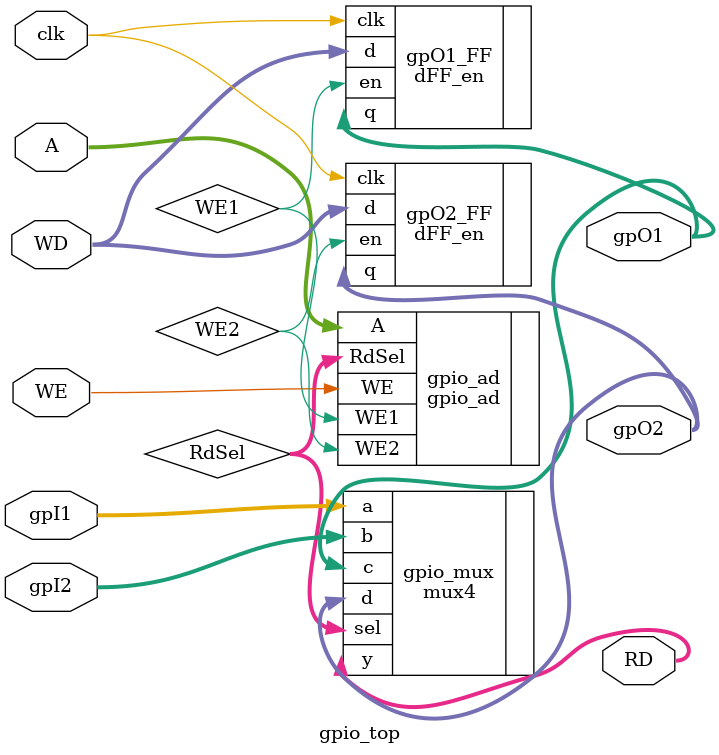
<source format=v>
module gpio_top(
    input   wire [1:0]  A,
    input   wire        WE,
    input   wire [31:0] gpI1,
    input   wire [31:0] gpI2,
    input   wire [31:0] WD,
    input   wire        clk,   
    output  wire [31:0] gpO1,
    output  wire [31:0] gpO2,
    output  wire [31:0] RD
);

    wire WE1, WE2;
    wire [1:0] RdSel;

    gpio_ad gpio_ad(.A(A), .WE(WE), .WE1(WE1), .WE2(WE2), .RdSel(RdSel));
    
    dFF_en gpO1_FF(.clk(clk), .en(WE1), .d(WD), .q(gpO1));
    dFF_en gpO2_FF(.clk(clk), .en(WE2), .d(WD), .q(gpO2));
    
    mux4 #(32) gpio_mux(.sel(RdSel), .a(gpI1), .b(gpI2), .c(gpO1), .d(gpO2), .y(RD));
    
endmodule
</source>
